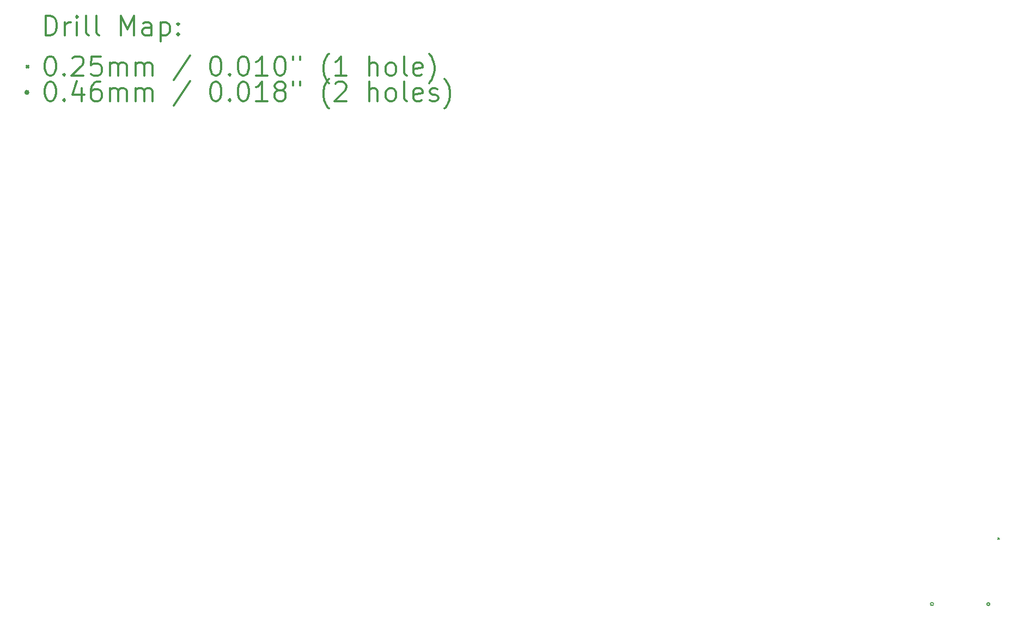
<source format=gbr>
%FSLAX45Y45*%
G04 Gerber Fmt 4.5, Leading zero omitted, Abs format (unit mm)*
G04 Created by KiCad (PCBNEW 4.0.5) date 02/21/17 00:05:25*
%MOMM*%
%LPD*%
G01*
G04 APERTURE LIST*
%ADD10C,0.127000*%
%ADD11C,0.200000*%
%ADD12C,0.300000*%
G04 APERTURE END LIST*
D10*
D11*
X15067280Y-8280400D02*
X15092680Y-8305800D01*
X15092680Y-8280400D02*
X15067280Y-8305800D01*
X14069350Y-9316170D02*
G75*
G03X14069350Y-9316170I-23000J0D01*
G01*
X14945350Y-9316170D02*
G75*
G03X14945350Y-9316170I-23000J0D01*
G01*
D12*
X271429Y-465714D02*
X271429Y-165714D01*
X342857Y-165714D01*
X385714Y-180000D01*
X414286Y-208571D01*
X428571Y-237143D01*
X442857Y-294286D01*
X442857Y-337143D01*
X428571Y-394286D01*
X414286Y-422857D01*
X385714Y-451429D01*
X342857Y-465714D01*
X271429Y-465714D01*
X571429Y-465714D02*
X571429Y-265714D01*
X571429Y-322857D02*
X585714Y-294286D01*
X600000Y-280000D01*
X628571Y-265714D01*
X657143Y-265714D01*
X757143Y-465714D02*
X757143Y-265714D01*
X757143Y-165714D02*
X742857Y-180000D01*
X757143Y-194286D01*
X771429Y-180000D01*
X757143Y-165714D01*
X757143Y-194286D01*
X942857Y-465714D02*
X914286Y-451429D01*
X900000Y-422857D01*
X900000Y-165714D01*
X1100000Y-465714D02*
X1071429Y-451429D01*
X1057143Y-422857D01*
X1057143Y-165714D01*
X1442857Y-465714D02*
X1442857Y-165714D01*
X1542857Y-380000D01*
X1642857Y-165714D01*
X1642857Y-465714D01*
X1914286Y-465714D02*
X1914286Y-308571D01*
X1900000Y-280000D01*
X1871429Y-265714D01*
X1814286Y-265714D01*
X1785714Y-280000D01*
X1914286Y-451429D02*
X1885714Y-465714D01*
X1814286Y-465714D01*
X1785714Y-451429D01*
X1771429Y-422857D01*
X1771429Y-394286D01*
X1785714Y-365714D01*
X1814286Y-351429D01*
X1885714Y-351429D01*
X1914286Y-337143D01*
X2057143Y-265714D02*
X2057143Y-565714D01*
X2057143Y-280000D02*
X2085714Y-265714D01*
X2142857Y-265714D01*
X2171429Y-280000D01*
X2185714Y-294286D01*
X2200000Y-322857D01*
X2200000Y-408571D01*
X2185714Y-437143D01*
X2171429Y-451429D01*
X2142857Y-465714D01*
X2085714Y-465714D01*
X2057143Y-451429D01*
X2328572Y-437143D02*
X2342857Y-451429D01*
X2328572Y-465714D01*
X2314286Y-451429D01*
X2328572Y-437143D01*
X2328572Y-465714D01*
X2328572Y-280000D02*
X2342857Y-294286D01*
X2328572Y-308571D01*
X2314286Y-294286D01*
X2328572Y-280000D01*
X2328572Y-308571D01*
X-25400Y-947300D02*
X0Y-972700D01*
X0Y-947300D02*
X-25400Y-972700D01*
X328571Y-795714D02*
X357143Y-795714D01*
X385714Y-810000D01*
X400000Y-824286D01*
X414286Y-852857D01*
X428571Y-910000D01*
X428571Y-981429D01*
X414286Y-1038571D01*
X400000Y-1067143D01*
X385714Y-1081429D01*
X357143Y-1095714D01*
X328571Y-1095714D01*
X300000Y-1081429D01*
X285714Y-1067143D01*
X271429Y-1038571D01*
X257143Y-981429D01*
X257143Y-910000D01*
X271429Y-852857D01*
X285714Y-824286D01*
X300000Y-810000D01*
X328571Y-795714D01*
X557143Y-1067143D02*
X571429Y-1081429D01*
X557143Y-1095714D01*
X542857Y-1081429D01*
X557143Y-1067143D01*
X557143Y-1095714D01*
X685714Y-824286D02*
X700000Y-810000D01*
X728571Y-795714D01*
X800000Y-795714D01*
X828571Y-810000D01*
X842857Y-824286D01*
X857143Y-852857D01*
X857143Y-881429D01*
X842857Y-924286D01*
X671429Y-1095714D01*
X857143Y-1095714D01*
X1128571Y-795714D02*
X985714Y-795714D01*
X971429Y-938571D01*
X985714Y-924286D01*
X1014286Y-910000D01*
X1085714Y-910000D01*
X1114286Y-924286D01*
X1128571Y-938571D01*
X1142857Y-967143D01*
X1142857Y-1038571D01*
X1128571Y-1067143D01*
X1114286Y-1081429D01*
X1085714Y-1095714D01*
X1014286Y-1095714D01*
X985714Y-1081429D01*
X971429Y-1067143D01*
X1271429Y-1095714D02*
X1271429Y-895714D01*
X1271429Y-924286D02*
X1285714Y-910000D01*
X1314286Y-895714D01*
X1357143Y-895714D01*
X1385714Y-910000D01*
X1400000Y-938571D01*
X1400000Y-1095714D01*
X1400000Y-938571D02*
X1414286Y-910000D01*
X1442857Y-895714D01*
X1485714Y-895714D01*
X1514286Y-910000D01*
X1528571Y-938571D01*
X1528571Y-1095714D01*
X1671429Y-1095714D02*
X1671429Y-895714D01*
X1671429Y-924286D02*
X1685714Y-910000D01*
X1714286Y-895714D01*
X1757143Y-895714D01*
X1785714Y-910000D01*
X1800000Y-938571D01*
X1800000Y-1095714D01*
X1800000Y-938571D02*
X1814286Y-910000D01*
X1842857Y-895714D01*
X1885714Y-895714D01*
X1914286Y-910000D01*
X1928571Y-938571D01*
X1928571Y-1095714D01*
X2514286Y-781429D02*
X2257143Y-1167143D01*
X2900000Y-795714D02*
X2928571Y-795714D01*
X2957143Y-810000D01*
X2971428Y-824286D01*
X2985714Y-852857D01*
X3000000Y-910000D01*
X3000000Y-981429D01*
X2985714Y-1038571D01*
X2971428Y-1067143D01*
X2957143Y-1081429D01*
X2928571Y-1095714D01*
X2900000Y-1095714D01*
X2871428Y-1081429D01*
X2857143Y-1067143D01*
X2842857Y-1038571D01*
X2828571Y-981429D01*
X2828571Y-910000D01*
X2842857Y-852857D01*
X2857143Y-824286D01*
X2871428Y-810000D01*
X2900000Y-795714D01*
X3128571Y-1067143D02*
X3142857Y-1081429D01*
X3128571Y-1095714D01*
X3114286Y-1081429D01*
X3128571Y-1067143D01*
X3128571Y-1095714D01*
X3328571Y-795714D02*
X3357143Y-795714D01*
X3385714Y-810000D01*
X3400000Y-824286D01*
X3414286Y-852857D01*
X3428571Y-910000D01*
X3428571Y-981429D01*
X3414286Y-1038571D01*
X3400000Y-1067143D01*
X3385714Y-1081429D01*
X3357143Y-1095714D01*
X3328571Y-1095714D01*
X3300000Y-1081429D01*
X3285714Y-1067143D01*
X3271428Y-1038571D01*
X3257143Y-981429D01*
X3257143Y-910000D01*
X3271428Y-852857D01*
X3285714Y-824286D01*
X3300000Y-810000D01*
X3328571Y-795714D01*
X3714286Y-1095714D02*
X3542857Y-1095714D01*
X3628571Y-1095714D02*
X3628571Y-795714D01*
X3600000Y-838571D01*
X3571428Y-867143D01*
X3542857Y-881429D01*
X3900000Y-795714D02*
X3928571Y-795714D01*
X3957143Y-810000D01*
X3971428Y-824286D01*
X3985714Y-852857D01*
X4000000Y-910000D01*
X4000000Y-981429D01*
X3985714Y-1038571D01*
X3971428Y-1067143D01*
X3957143Y-1081429D01*
X3928571Y-1095714D01*
X3900000Y-1095714D01*
X3871428Y-1081429D01*
X3857143Y-1067143D01*
X3842857Y-1038571D01*
X3828571Y-981429D01*
X3828571Y-910000D01*
X3842857Y-852857D01*
X3857143Y-824286D01*
X3871428Y-810000D01*
X3900000Y-795714D01*
X4114286Y-795714D02*
X4114286Y-852857D01*
X4228571Y-795714D02*
X4228571Y-852857D01*
X4671429Y-1210000D02*
X4657143Y-1195714D01*
X4628571Y-1152857D01*
X4614286Y-1124286D01*
X4600000Y-1081429D01*
X4585714Y-1010000D01*
X4585714Y-952857D01*
X4600000Y-881429D01*
X4614286Y-838571D01*
X4628571Y-810000D01*
X4657143Y-767143D01*
X4671429Y-752857D01*
X4942857Y-1095714D02*
X4771429Y-1095714D01*
X4857143Y-1095714D02*
X4857143Y-795714D01*
X4828571Y-838571D01*
X4800000Y-867143D01*
X4771429Y-881429D01*
X5300000Y-1095714D02*
X5300000Y-795714D01*
X5428571Y-1095714D02*
X5428571Y-938571D01*
X5414286Y-910000D01*
X5385714Y-895714D01*
X5342857Y-895714D01*
X5314286Y-910000D01*
X5300000Y-924286D01*
X5614286Y-1095714D02*
X5585714Y-1081429D01*
X5571429Y-1067143D01*
X5557143Y-1038571D01*
X5557143Y-952857D01*
X5571429Y-924286D01*
X5585714Y-910000D01*
X5614286Y-895714D01*
X5657143Y-895714D01*
X5685714Y-910000D01*
X5700000Y-924286D01*
X5714286Y-952857D01*
X5714286Y-1038571D01*
X5700000Y-1067143D01*
X5685714Y-1081429D01*
X5657143Y-1095714D01*
X5614286Y-1095714D01*
X5885714Y-1095714D02*
X5857143Y-1081429D01*
X5842857Y-1052857D01*
X5842857Y-795714D01*
X6114286Y-1081429D02*
X6085714Y-1095714D01*
X6028571Y-1095714D01*
X6000000Y-1081429D01*
X5985714Y-1052857D01*
X5985714Y-938571D01*
X6000000Y-910000D01*
X6028571Y-895714D01*
X6085714Y-895714D01*
X6114286Y-910000D01*
X6128571Y-938571D01*
X6128571Y-967143D01*
X5985714Y-995714D01*
X6228571Y-1210000D02*
X6242857Y-1195714D01*
X6271429Y-1152857D01*
X6285714Y-1124286D01*
X6300000Y-1081429D01*
X6314286Y-1010000D01*
X6314286Y-952857D01*
X6300000Y-881429D01*
X6285714Y-838571D01*
X6271429Y-810000D01*
X6242857Y-767143D01*
X6228571Y-752857D01*
X0Y-1356000D02*
G75*
G03X0Y-1356000I-23000J0D01*
G01*
X328571Y-1191714D02*
X357143Y-1191714D01*
X385714Y-1206000D01*
X400000Y-1220286D01*
X414286Y-1248857D01*
X428571Y-1306000D01*
X428571Y-1377429D01*
X414286Y-1434571D01*
X400000Y-1463143D01*
X385714Y-1477429D01*
X357143Y-1491714D01*
X328571Y-1491714D01*
X300000Y-1477429D01*
X285714Y-1463143D01*
X271429Y-1434571D01*
X257143Y-1377429D01*
X257143Y-1306000D01*
X271429Y-1248857D01*
X285714Y-1220286D01*
X300000Y-1206000D01*
X328571Y-1191714D01*
X557143Y-1463143D02*
X571429Y-1477429D01*
X557143Y-1491714D01*
X542857Y-1477429D01*
X557143Y-1463143D01*
X557143Y-1491714D01*
X828571Y-1291714D02*
X828571Y-1491714D01*
X757143Y-1177429D02*
X685714Y-1391714D01*
X871428Y-1391714D01*
X1114286Y-1191714D02*
X1057143Y-1191714D01*
X1028571Y-1206000D01*
X1014286Y-1220286D01*
X985714Y-1263143D01*
X971429Y-1320286D01*
X971429Y-1434571D01*
X985714Y-1463143D01*
X1000000Y-1477429D01*
X1028571Y-1491714D01*
X1085714Y-1491714D01*
X1114286Y-1477429D01*
X1128571Y-1463143D01*
X1142857Y-1434571D01*
X1142857Y-1363143D01*
X1128571Y-1334571D01*
X1114286Y-1320286D01*
X1085714Y-1306000D01*
X1028571Y-1306000D01*
X1000000Y-1320286D01*
X985714Y-1334571D01*
X971429Y-1363143D01*
X1271429Y-1491714D02*
X1271429Y-1291714D01*
X1271429Y-1320286D02*
X1285714Y-1306000D01*
X1314286Y-1291714D01*
X1357143Y-1291714D01*
X1385714Y-1306000D01*
X1400000Y-1334571D01*
X1400000Y-1491714D01*
X1400000Y-1334571D02*
X1414286Y-1306000D01*
X1442857Y-1291714D01*
X1485714Y-1291714D01*
X1514286Y-1306000D01*
X1528571Y-1334571D01*
X1528571Y-1491714D01*
X1671429Y-1491714D02*
X1671429Y-1291714D01*
X1671429Y-1320286D02*
X1685714Y-1306000D01*
X1714286Y-1291714D01*
X1757143Y-1291714D01*
X1785714Y-1306000D01*
X1800000Y-1334571D01*
X1800000Y-1491714D01*
X1800000Y-1334571D02*
X1814286Y-1306000D01*
X1842857Y-1291714D01*
X1885714Y-1291714D01*
X1914286Y-1306000D01*
X1928571Y-1334571D01*
X1928571Y-1491714D01*
X2514286Y-1177429D02*
X2257143Y-1563143D01*
X2900000Y-1191714D02*
X2928571Y-1191714D01*
X2957143Y-1206000D01*
X2971428Y-1220286D01*
X2985714Y-1248857D01*
X3000000Y-1306000D01*
X3000000Y-1377429D01*
X2985714Y-1434571D01*
X2971428Y-1463143D01*
X2957143Y-1477429D01*
X2928571Y-1491714D01*
X2900000Y-1491714D01*
X2871428Y-1477429D01*
X2857143Y-1463143D01*
X2842857Y-1434571D01*
X2828571Y-1377429D01*
X2828571Y-1306000D01*
X2842857Y-1248857D01*
X2857143Y-1220286D01*
X2871428Y-1206000D01*
X2900000Y-1191714D01*
X3128571Y-1463143D02*
X3142857Y-1477429D01*
X3128571Y-1491714D01*
X3114286Y-1477429D01*
X3128571Y-1463143D01*
X3128571Y-1491714D01*
X3328571Y-1191714D02*
X3357143Y-1191714D01*
X3385714Y-1206000D01*
X3400000Y-1220286D01*
X3414286Y-1248857D01*
X3428571Y-1306000D01*
X3428571Y-1377429D01*
X3414286Y-1434571D01*
X3400000Y-1463143D01*
X3385714Y-1477429D01*
X3357143Y-1491714D01*
X3328571Y-1491714D01*
X3300000Y-1477429D01*
X3285714Y-1463143D01*
X3271428Y-1434571D01*
X3257143Y-1377429D01*
X3257143Y-1306000D01*
X3271428Y-1248857D01*
X3285714Y-1220286D01*
X3300000Y-1206000D01*
X3328571Y-1191714D01*
X3714286Y-1491714D02*
X3542857Y-1491714D01*
X3628571Y-1491714D02*
X3628571Y-1191714D01*
X3600000Y-1234571D01*
X3571428Y-1263143D01*
X3542857Y-1277429D01*
X3885714Y-1320286D02*
X3857143Y-1306000D01*
X3842857Y-1291714D01*
X3828571Y-1263143D01*
X3828571Y-1248857D01*
X3842857Y-1220286D01*
X3857143Y-1206000D01*
X3885714Y-1191714D01*
X3942857Y-1191714D01*
X3971428Y-1206000D01*
X3985714Y-1220286D01*
X4000000Y-1248857D01*
X4000000Y-1263143D01*
X3985714Y-1291714D01*
X3971428Y-1306000D01*
X3942857Y-1320286D01*
X3885714Y-1320286D01*
X3857143Y-1334571D01*
X3842857Y-1348857D01*
X3828571Y-1377429D01*
X3828571Y-1434571D01*
X3842857Y-1463143D01*
X3857143Y-1477429D01*
X3885714Y-1491714D01*
X3942857Y-1491714D01*
X3971428Y-1477429D01*
X3985714Y-1463143D01*
X4000000Y-1434571D01*
X4000000Y-1377429D01*
X3985714Y-1348857D01*
X3971428Y-1334571D01*
X3942857Y-1320286D01*
X4114286Y-1191714D02*
X4114286Y-1248857D01*
X4228571Y-1191714D02*
X4228571Y-1248857D01*
X4671429Y-1606000D02*
X4657143Y-1591714D01*
X4628571Y-1548857D01*
X4614286Y-1520286D01*
X4600000Y-1477429D01*
X4585714Y-1406000D01*
X4585714Y-1348857D01*
X4600000Y-1277429D01*
X4614286Y-1234571D01*
X4628571Y-1206000D01*
X4657143Y-1163143D01*
X4671429Y-1148857D01*
X4771429Y-1220286D02*
X4785714Y-1206000D01*
X4814286Y-1191714D01*
X4885714Y-1191714D01*
X4914286Y-1206000D01*
X4928571Y-1220286D01*
X4942857Y-1248857D01*
X4942857Y-1277429D01*
X4928571Y-1320286D01*
X4757143Y-1491714D01*
X4942857Y-1491714D01*
X5300000Y-1491714D02*
X5300000Y-1191714D01*
X5428571Y-1491714D02*
X5428571Y-1334571D01*
X5414286Y-1306000D01*
X5385714Y-1291714D01*
X5342857Y-1291714D01*
X5314286Y-1306000D01*
X5300000Y-1320286D01*
X5614286Y-1491714D02*
X5585714Y-1477429D01*
X5571429Y-1463143D01*
X5557143Y-1434571D01*
X5557143Y-1348857D01*
X5571429Y-1320286D01*
X5585714Y-1306000D01*
X5614286Y-1291714D01*
X5657143Y-1291714D01*
X5685714Y-1306000D01*
X5700000Y-1320286D01*
X5714286Y-1348857D01*
X5714286Y-1434571D01*
X5700000Y-1463143D01*
X5685714Y-1477429D01*
X5657143Y-1491714D01*
X5614286Y-1491714D01*
X5885714Y-1491714D02*
X5857143Y-1477429D01*
X5842857Y-1448857D01*
X5842857Y-1191714D01*
X6114286Y-1477429D02*
X6085714Y-1491714D01*
X6028571Y-1491714D01*
X6000000Y-1477429D01*
X5985714Y-1448857D01*
X5985714Y-1334571D01*
X6000000Y-1306000D01*
X6028571Y-1291714D01*
X6085714Y-1291714D01*
X6114286Y-1306000D01*
X6128571Y-1334571D01*
X6128571Y-1363143D01*
X5985714Y-1391714D01*
X6242857Y-1477429D02*
X6271429Y-1491714D01*
X6328571Y-1491714D01*
X6357143Y-1477429D01*
X6371429Y-1448857D01*
X6371429Y-1434571D01*
X6357143Y-1406000D01*
X6328571Y-1391714D01*
X6285714Y-1391714D01*
X6257143Y-1377429D01*
X6242857Y-1348857D01*
X6242857Y-1334571D01*
X6257143Y-1306000D01*
X6285714Y-1291714D01*
X6328571Y-1291714D01*
X6357143Y-1306000D01*
X6471428Y-1606000D02*
X6485714Y-1591714D01*
X6514286Y-1548857D01*
X6528571Y-1520286D01*
X6542857Y-1477429D01*
X6557143Y-1406000D01*
X6557143Y-1348857D01*
X6542857Y-1277429D01*
X6528571Y-1234571D01*
X6514286Y-1206000D01*
X6485714Y-1163143D01*
X6471428Y-1148857D01*
M02*

</source>
